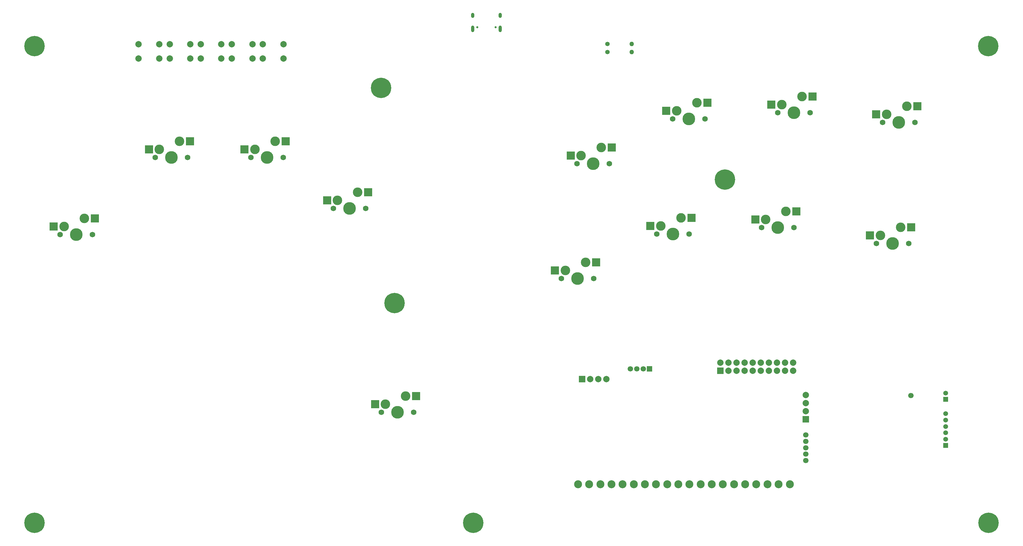
<source format=gbs>
G04 #@! TF.GenerationSoftware,KiCad,Pcbnew,7.0.5*
G04 #@! TF.CreationDate,2023-09-04T11:48:08-04:00*
G04 #@! TF.ProjectId,Hitbox Full Pcb,48697462-6f78-4204-9675-6c6c20506362,rev?*
G04 #@! TF.SameCoordinates,Original*
G04 #@! TF.FileFunction,Soldermask,Bot*
G04 #@! TF.FilePolarity,Negative*
%FSLAX46Y46*%
G04 Gerber Fmt 4.6, Leading zero omitted, Abs format (unit mm)*
G04 Created by KiCad (PCBNEW 7.0.5) date 2023-09-04 11:48:08*
%MOMM*%
%LPD*%
G01*
G04 APERTURE LIST*
%ADD10C,1.750000*%
%ADD11C,3.000000*%
%ADD12C,3.987800*%
%ADD13R,2.550000X2.500000*%
%ADD14C,6.400000*%
%ADD15C,1.400000*%
%ADD16O,1.400000X1.400000*%
%ADD17C,2.000000*%
%ADD18C,0.650000*%
%ADD19O,1.000000X2.100000*%
%ADD20O,1.000000X1.600000*%
%ADD21C,1.700022*%
%ADD22C,1.499997*%
%ADD23R,1.499997X1.499997*%
%ADD24R,2.000000X2.000000*%
%ADD25C,1.700000*%
%ADD26R,1.700000X1.700000*%
%ADD27C,2.500000*%
G04 APERTURE END LIST*
D10*
X395710000Y-77560000D03*
D11*
X396980000Y-75020000D03*
D12*
X400790000Y-77560000D03*
D11*
X403330000Y-72480000D03*
D10*
X405870000Y-77560000D03*
D13*
X393705000Y-75020000D03*
X406632000Y-72480000D03*
D14*
X544640000Y-84510000D03*
X440830000Y-123280000D03*
D10*
X561220000Y-63520000D03*
D11*
X562490000Y-60980000D03*
D12*
X566300000Y-63520000D03*
D11*
X568840000Y-58440000D03*
D10*
X571380000Y-63520000D03*
D13*
X559215000Y-60980000D03*
X572142000Y-58440000D03*
D10*
X498210000Y-79520000D03*
D11*
X499480000Y-76980000D03*
D12*
X503290000Y-79520000D03*
D11*
X505830000Y-74440000D03*
D10*
X508370000Y-79520000D03*
D13*
X496205000Y-76980000D03*
X509132000Y-74440000D03*
D14*
X627410000Y-42550000D03*
D15*
X507740000Y-44420000D03*
D16*
X515360000Y-44420000D03*
D17*
X389700000Y-41970000D03*
X396200000Y-41970000D03*
X389700000Y-46470000D03*
X396200000Y-46470000D03*
D15*
X507740000Y-41920000D03*
D16*
X515360000Y-41920000D03*
D10*
X493240000Y-115540000D03*
D11*
X494510000Y-113000000D03*
D12*
X498320000Y-115540000D03*
D11*
X500860000Y-110460000D03*
D10*
X503400000Y-115540000D03*
D13*
X491235000Y-113000000D03*
X504162000Y-110460000D03*
D18*
X472600000Y-36620000D03*
X466820000Y-36620000D03*
D19*
X474030000Y-37150000D03*
D20*
X474030000Y-32970000D03*
D19*
X465390000Y-37150000D03*
D20*
X465390000Y-32970000D03*
D21*
X603061878Y-152309894D03*
D22*
X614004198Y-151509032D03*
D23*
X614004198Y-153509028D03*
D22*
X614004198Y-158009654D03*
X614004198Y-160009650D03*
X614004198Y-162009646D03*
X614004198Y-164009642D03*
X614004198Y-166009638D03*
D23*
X614004198Y-168009634D03*
D10*
X528230000Y-65480000D03*
D11*
X529500000Y-62940000D03*
D12*
X533310000Y-65480000D03*
D11*
X535850000Y-60400000D03*
D10*
X538390000Y-65480000D03*
D13*
X526225000Y-62940000D03*
X539152000Y-60400000D03*
D14*
X327760000Y-42540000D03*
D17*
X566077049Y-144497505D03*
X566077049Y-141957505D03*
X563547049Y-144497505D03*
X563547049Y-141957505D03*
X561007049Y-144507505D03*
X561007049Y-141957505D03*
X558467049Y-144494185D03*
X558467049Y-141957505D03*
X555927049Y-144497505D03*
X555927049Y-141957505D03*
X553387049Y-144497505D03*
X553387049Y-141957505D03*
X550847049Y-144497505D03*
X550847049Y-141957505D03*
X548307049Y-144497505D03*
X548307049Y-141957505D03*
X545767049Y-144497505D03*
X545767049Y-141957505D03*
D24*
X543227049Y-144497505D03*
D17*
X543227049Y-141957505D03*
X570067049Y-152097505D03*
X570067049Y-154637505D03*
X570067049Y-157177505D03*
D24*
X570067049Y-159717505D03*
D25*
X570067049Y-164693505D03*
X570067049Y-166721505D03*
X570067049Y-168721505D03*
X570067049Y-170721505D03*
X570067049Y-172721505D03*
D26*
X520973049Y-143901505D03*
D25*
X518973049Y-143901505D03*
X516973049Y-143901505D03*
X514973049Y-143901505D03*
D17*
X507436049Y-147105505D03*
X504896049Y-147105505D03*
X502356049Y-147105505D03*
D24*
X499816049Y-147105505D03*
D27*
X565083049Y-180162505D03*
X561493049Y-180162505D03*
X557993049Y-180162505D03*
X554493049Y-180162505D03*
X550993049Y-180162505D03*
X547493049Y-180162505D03*
X543993049Y-180162505D03*
X540493049Y-180162505D03*
X536993049Y-180162505D03*
X533493049Y-180162505D03*
X529993049Y-180162505D03*
X526493049Y-180162505D03*
X522993049Y-180162505D03*
X519493049Y-180162505D03*
X515993049Y-180162505D03*
X512493049Y-180162505D03*
X508993049Y-180162505D03*
X505493049Y-180162505D03*
X501993049Y-180162505D03*
X498493049Y-180162505D03*
D17*
X379950000Y-41970000D03*
X386450000Y-41970000D03*
X379950000Y-46470000D03*
X386450000Y-46470000D03*
D10*
X592240000Y-104530000D03*
D11*
X593510000Y-101990000D03*
D12*
X597320000Y-104530000D03*
D11*
X599860000Y-99450000D03*
D10*
X602400000Y-104530000D03*
D13*
X590235000Y-101990000D03*
X603162000Y-99450000D03*
D17*
X399450000Y-41970000D03*
X405950000Y-41970000D03*
X399450000Y-46470000D03*
X405950000Y-46470000D03*
D14*
X627440000Y-192270000D03*
D10*
X421660000Y-93530000D03*
D11*
X422930000Y-90990000D03*
D12*
X426740000Y-93530000D03*
D11*
X429280000Y-88450000D03*
D10*
X431820000Y-93530000D03*
D13*
X419655000Y-90990000D03*
X432582000Y-88450000D03*
D17*
X370200000Y-41970000D03*
X376700000Y-41970000D03*
X370200000Y-46470000D03*
X376700000Y-46470000D03*
X360450000Y-41970000D03*
X366950000Y-41970000D03*
X360450000Y-46470000D03*
X366950000Y-46470000D03*
D14*
X436620000Y-55740000D03*
D10*
X594190000Y-66510000D03*
D11*
X595460000Y-63970000D03*
D12*
X599270000Y-66510000D03*
D11*
X601810000Y-61430000D03*
D10*
X604350000Y-66510000D03*
D13*
X592185000Y-63970000D03*
X605112000Y-61430000D03*
D10*
X523210000Y-101570000D03*
D11*
X524480000Y-99030000D03*
D12*
X528290000Y-101570000D03*
D11*
X530830000Y-96490000D03*
D10*
X533370000Y-101570000D03*
D13*
X521205000Y-99030000D03*
X534132000Y-96490000D03*
D10*
X436740000Y-157540000D03*
D11*
X438010000Y-155000000D03*
D12*
X441820000Y-157540000D03*
D11*
X444360000Y-152460000D03*
D10*
X446900000Y-157540000D03*
D13*
X434735000Y-155000000D03*
X447662000Y-152460000D03*
D10*
X365690000Y-77520000D03*
D11*
X366960000Y-74980000D03*
D12*
X370770000Y-77520000D03*
D11*
X373310000Y-72440000D03*
D10*
X375850000Y-77520000D03*
D13*
X363685000Y-74980000D03*
X376612000Y-72440000D03*
D14*
X327750000Y-192240000D03*
X465570000Y-192260000D03*
D10*
X556200000Y-99520000D03*
D11*
X557470000Y-96980000D03*
D12*
X561280000Y-99520000D03*
D11*
X563820000Y-94440000D03*
D10*
X566360000Y-99520000D03*
D13*
X554195000Y-96980000D03*
X567122000Y-94440000D03*
D10*
X335760000Y-101740000D03*
D11*
X337030000Y-99200000D03*
D12*
X340840000Y-101740000D03*
D11*
X343380000Y-96660000D03*
D10*
X345920000Y-101740000D03*
D13*
X333755000Y-99200000D03*
X346682000Y-96660000D03*
M02*

</source>
